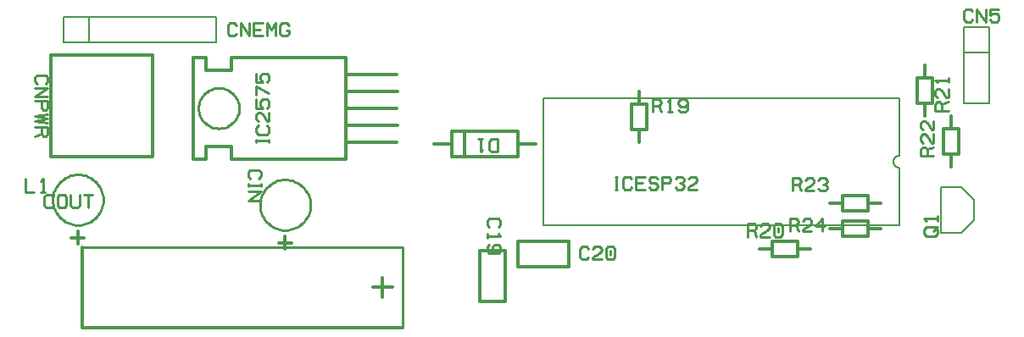
<source format=gbo>
%FSTAX24Y24*%
%MOIN*%
%IN ServoBoardSlim.GBO *%
%ADD10C,0.0080*%
%ADD11C,0.0086*%
%ADD12C,0.0100*%
%ADD13C,0.0120*%
D13*X017858Y001555D02*G01X018858D01*X017858Y003555D02*Y001555D01*
Y003555D02*X018858D01*Y001555D01*X02135Y0029D02*Y0039D01*
X01935Y0029D02*X02135D01*X01935D02*Y0039D01*X02135D01*D12*
X0102Y00435D02*X0103Y00436D01*X0104Y00438D01*X0105Y0044D01*
X0106Y00444D01*X01069Y00449D01*X01078Y00455D01*X01086Y00461D01*
X01094Y00469D01*X011Y00477D01*X01106Y00485D01*X01111Y00495D01*
X01115Y00505D01*X01117Y00515D01*X01119Y00525D01*Y00535D01*
X0102Y00635D02*X0103Y00634D01*X0104Y00632D01*X0105Y0063D01*
X0106Y00626D01*X01069Y00621D01*X01078Y00615D01*X01086Y00609D01*
X01094Y00601D01*X011Y00593D01*X01106Y00585D01*X01111Y00575D01*
X01115Y00565D01*X01117Y00555D01*X01119Y00545D01*Y00535D01*
X0102Y00635D02*X0101Y00634D01*X01Y00632D01*X0099Y0063D01*
X0098Y00626D01*X00971Y00621D01*X00962Y00615D01*X00954Y00609D01*
X00946Y00601D01*X0094Y00593D01*X00934Y00585D01*X00929Y00575D01*
X00925Y00565D01*X00923Y00555D01*X00921Y00545D01*Y00535D01*
X0102Y00435D02*X0101Y00436D01*X01Y00438D01*X0099Y0044D01*
X0098Y00444D01*X00971Y00449D01*X00962Y00455D01*X00954Y00461D01*
X00946Y00469D01*X0094Y00477D01*X00934Y00485D01*X00929Y00495D01*
X00925Y00505D01*X00923Y00515D01*X00921Y00525D01*Y00535D01*D13*
X00995Y00385D02*X01045D01*X0102Y0041D02*Y0036D01*D10*X0369Y01235D02*
Y00935D01*X0379D01*Y01235D01*X0369D01*Y01135D02*X0379D01*
X0015Y01175D02*X0075D01*Y01275D01*X0015D01*Y01175D01*X0025D02*
Y01275D01*D13*X005Y01125D02*Y00725D01*X001Y01125D02*X005D01*X001D02*
Y00725D01*X005D01*D12*X00205Y00455D02*X00215Y00456D01*X00225Y00458D01*
X00235Y0046D01*X00245Y00464D01*X00254Y00469D01*X00263Y00475D01*
X00271Y00481D01*X00279Y00489D01*X00285Y00497D01*X00291Y00505D01*
X00296Y00515D01*X003Y00525D01*X00302Y00535D01*X00304Y00545D01*
Y00555D01*X00205Y00655D02*X00215Y00654D01*X00225Y00652D01*
X00235Y0065D01*X00245Y00646D01*X00254Y00641D01*X00263Y00635D01*
X00271Y00629D01*X00279Y00621D01*X00285Y00613D01*X00291Y00605D01*
X00296Y00595D01*X003Y00585D01*X00302Y00575D01*X00304Y00565D01*
Y00555D01*X00205Y00655D02*X00195Y00654D01*X00185Y00652D01*
X00175Y0065D01*X00165Y00646D01*X00156Y00641D01*X00147Y00635D01*
X00139Y00629D01*X00131Y00621D01*X00125Y00613D01*X00119Y00605D01*
X00114Y00595D01*X0011Y00585D01*X00108Y00575D01*X00106Y00565D01*
Y00555D01*X00205Y00455D02*X00195Y00456D01*X00185Y00458D01*
X00175Y0046D01*X00165Y00464D01*X00156Y00469D01*X00147Y00475D01*
X00139Y00481D01*X00131Y00489D01*X00125Y00497D01*X00119Y00505D01*
X00114Y00515D01*X0011Y00525D01*X00108Y00535D01*X00106Y00545D01*
Y00555D01*D13*X0018Y00405D02*X0023D01*X00205Y0043D02*Y0038D01*
X01725Y00825D02*Y00725D01*X01935D02*X01675D01*Y00825D01*X01935D01*
Y00725D01*X02005Y00775D02*X01935D01*X01675D02*X01605D01*D12*
X007589Y009956D02*X007509Y009946D01*X007429Y009936D01*
X007349Y009916D01*X007269Y009886D01*X007199Y009846D01*
X007119Y009796D01*X007059Y009746D01*X006999Y009686D01*
X006949Y009626D01*X006899Y009556D01*X006859Y009476D01*
X006829Y009396D01*X006809Y009316D01*X006799Y009236D01*Y009156D01*
X007589Y008356D02*X007509Y008366D01*X007429Y008376D01*
X007349Y008396D01*X007269Y008426D01*X007199Y008466D01*
X007119Y008516D01*X007059Y008566D01*X006999Y008626D01*
X006949Y008686D01*X006899Y008756D01*X006859Y008836D01*
X006829Y008916D01*X006809Y008996D01*X006799Y009076D01*Y009156D01*
X007589Y008356D02*X007669Y008366D01*X007749Y008376D01*
X007829Y008396D01*X007909Y008426D01*X007979Y008466D01*
X008059Y008516D01*X008119Y008566D01*X008179Y008626D01*
X008229Y008686D01*X008279Y008756D01*X008319Y008836D01*
X008349Y008916D01*X008369Y008996D01*X008379Y009076D01*Y009156D01*
X007589Y009956D02*X007669Y009946D01*X007749Y009936D01*
X007829Y009916D01*X007909Y009886D01*X007979Y009846D01*
X008059Y009796D01*X008119Y009746D01*X008179Y009686D01*
X008229Y009626D01*X008279Y009556D01*X008319Y009476D01*
X008349Y009396D01*X008369Y009316D01*X008379Y009236D01*Y009156D01*D13*
X007089Y007156D02*X006589D01*X007089D02*Y007656D01*X008089D01*
Y007156D01*X012589Y011156D02*X008089D01*Y010656D01*X007089D01*
Y011156D01*X006589D01*X014588Y007803D02*X012588D01*X014605Y008471D02*
X012605D01*X014598Y010492D02*X012598D01*X006589Y007156D02*Y011156D01*
X012589D02*Y007156D01*X014597Y009138D02*X012597D01*X014601Y009824D02*
X012601D01*X008089Y007156D02*X012589D01*D10*X034358Y007305D02*
X034338Y007295D01*X034308D01*X034288Y007285D01*X034258Y007275D01*
X034238Y007265D01*X034218Y007255D01*X034198Y007235D01*
X034178Y007215D01*X034158Y007195D01*X034148Y007175D01*
X034138Y007155D01*X034128Y007125D01*X034118Y007105D01*Y007075D01*
Y007055D01*X034358Y006805D02*X034338Y006815D01*X034308D01*
X034288Y006825D01*X034258Y006835D01*X034238Y006845D01*
X034218Y006855D01*X034198Y006875D01*X034178Y006895D01*
X034158Y006915D01*X034148Y006935D01*X034138Y006955D01*
X034128Y006985D01*X034118Y007005D01*Y007035D01*Y007055D01*
X034358Y009555D02*Y007305D01*Y006805D02*Y004555D01*X020358D01*
Y009555D01*X034358D01*D13*X013638Y0021D02*X014425D01*X014031Y001706D02*
Y002494D01*X00222Y000525D02*X014819D01*X00222D02*Y003675D01*D12*
X014819D01*Y000525D01*D10*X036Y00425D02*Y00605D01*X0368D01*
X0373Y00555D01*Y00475D01*X0368Y00425D01*X036D01*D13*X024108Y007805D02*
Y008305D01*X024358Y009305D02*X024108D01*X024408Y008305D02*Y009305D01*
Y008305D02*X023808D01*Y009305D01*X024108D02*X023858D01*X024108D02*
Y009805D01*X03085Y0036D02*X03035D01*X02935Y00385D02*Y0036D01*
X03035Y0039D02*X02935D01*X03035D02*Y0033D01*X02935D01*Y0036D02*
Y00335D01*Y0036D02*X02885D01*X03535Y00885D02*Y00935D01*X0356Y01035D02*
X03535D01*X03565Y00935D02*Y01035D01*Y00935D02*X03505D01*Y01035D01*
X03535D02*X0351D01*X03535D02*Y01085D01*X0364Y00685D02*Y00735D01*
X03665Y00835D02*X0364D01*X0367Y00735D02*Y00835D01*Y00735D02*X0361D01*
Y00835D01*X0364D02*X03615D01*X0364D02*Y00885D01*X031608Y005405D02*
X032108D01*X033108Y005155D02*Y005405D01*X032108Y005105D02*X033108D01*
X032108D02*Y005705D01*X033108D01*Y005405D02*Y005655D01*Y005405D02*
X033608D01*X031608Y004405D02*X032108D01*X033108Y004155D02*Y004405D01*
X032108Y004105D02*X033108D01*X032108D02*Y004705D01*X033108D01*
Y004405D02*Y004655D01*Y004405D02*X033608D01*D11*X018569Y004473D02*
X018655Y004559D01*Y00473D01*X018569Y004816D01*X018226D01*
X018141Y00473D01*Y004559D01*X018226Y004473D01*X018569Y004216D02*
X018655Y00413D01*X018141D01*Y004045D01*Y00413D02*Y004216D01*
X018226Y003787D02*X018141Y003702D01*Y00353D01*X018226Y003445D01*
X018569D01*X018655Y00353D01*Y003702D01*X018569Y003787D01*X018441D01*
X018355Y003702D01*Y00353D01*X018441Y003445D01*X022129Y003629D02*
X022043Y003714D01*X021871D01*X021786Y003629D01*Y003286D01*
X021871Y0032D01*X022043D01*X022129Y003286D01*X0223Y003629D02*
X022386Y003714D01*X022557D01*X022643Y003629D01*Y003543D01*
X022557Y003457D01*X0223Y003286D01*Y0032D01*X022643D01*
X023157Y003629D02*X023071Y003714D01*X0229D01*X022814Y003629D01*
Y003286D01*X0229Y0032D01*X023071D01*X023157Y003286D01*Y003629D01*
X022986Y003543D02*Y003371D01*X009167Y00639D02*X009252Y006475D01*
Y006647D01*X009167Y006732D01*X008824D01*X008738Y006647D01*Y006475D01*
X008824Y00639D01*X008738Y006132D02*X009252D01*Y006175D02*Y00609D01*
X008738Y006175D02*Y00609D01*Y005875D02*X009252D01*X008738Y005532D01*
X009252D01*X037229Y012979D02*X037143Y013064D01*X036971D01*
X036886Y012979D01*Y012636D01*X036971Y01255D01*X037143D01*
X037229Y012636D01*X0374Y01255D02*Y013064D01*X037743Y01255D01*
Y013064D01*X038257D02*X037914D01*Y012807D01*X038Y012893D01*X038171D01*
X038257Y012807D01*Y012636D01*X038171Y01255D01*X038D01*
X037914Y012636D01*X008279Y012429D02*X008193Y012514D01*X008021D01*
X007936Y012429D01*Y012086D01*X008021Y012D01*X008193D01*
X008279Y012086D01*X00845Y012D02*Y012514D01*X008793Y012D01*Y012514D01*
X009307D02*X008964D01*Y012257D01*Y012D01*X009307D01*X008964Y012257D02*
X009221D01*X009479Y012D02*Y012514D01*X00965Y012257D01*
X009821Y012514D01*Y012D01*X010336Y012429D02*X01025Y012514D01*
X010079D01*X009993Y012429D01*Y012086D01*X010079Y012D01*X01025D01*
X010336Y012086D01*Y012214D01*X01025D01*X000779Y010121D02*
X000864Y010207D01*Y010379D01*X000779Y010464D01*X000436D01*
X00035Y010379D01*Y010207D01*X000436Y010121D01*X00035Y00995D02*
X000864D01*X00035Y009607D01*X000864D01*X00035Y009436D02*X000864D01*
Y009179D01*X000779Y009093D01*X000693D01*X000607Y009179D01*Y009436D01*
X000864Y008921D02*X00035Y008836D01*X000864Y00875D01*X00035Y008664D01*
X000864Y008579D01*X00035Y008407D02*X000864D01*Y00815D01*
X000779Y008064D01*X000693D01*X000607Y00815D01*X00035Y008064D01*
X000607Y00815D02*Y008407D01*X001073Y005673D02*X000987Y005759D01*
X000816D01*X00073Y005673D01*Y00533D01*X000816Y005244D01*X000987D01*
X001073Y00533D01*X001587Y005673D02*X001501Y005759D01*X00133D01*
X001244Y005673D01*Y00533D01*X00133Y005244D01*X001501D01*
X001587Y00533D01*Y005673D01*X001758Y005759D02*Y00533D01*
X001844Y005244D01*X002016D01*X002101Y00533D01*Y005759D01*
X002444Y005244D02*Y005759D01*X002616D01*X002444D02*X002273D01*
X018221Y007521D02*X018307Y007436D01*X018564D01*Y00795D01*X018307D01*
X018221Y007864D01*Y007521D01*X017964D02*X017879Y007436D01*Y00795D01*
X017793D01*X017879D02*X017964D01*X009566Y007873D02*X009052D01*
Y00783D02*Y007916D01*X009566Y00783D02*Y007916D01*X009138Y008473D02*
X009052Y008387D01*Y008216D01*X009138Y00813D01*X009481D01*
X009566Y008216D01*Y008387D01*X009481Y008473D01*X009138Y008645D02*
X009052Y00873D01*Y008902D01*X009138Y008987D01*X009223D01*
X009309Y008902D01*X009481Y008645D01*X009566D01*Y008987D01*
X009052Y009502D02*Y009159D01*X009309D01*X009223Y009245D01*Y009416D01*
X009309Y009502D01*X009481D01*X009566Y009416D01*Y009245D01*
X009481Y009159D01*X009052Y009673D02*Y010016D01*X009566Y009759D01*
X009052Y01053D02*Y010187D01*X009309D01*X009223Y010273D01*Y010445D01*
X009309Y01053D01*X009481D01*X009566Y010445D01*Y010273D01*
X009481Y010187D01*X023221Y00595D02*Y006464D01*X023179D02*X023264D01*
X023179Y00595D02*X023264D01*X023821Y006379D02*X023736Y006464D01*
X023564D01*X023479Y006379D01*Y006036D01*X023564Y00595D01*X023736D01*
X023821Y006036D01*X024336Y006464D02*X023993D01*Y006207D01*Y00595D01*
X024336D01*X023993Y006207D02*X02425D01*X02485Y006379D02*
X024764Y006464D01*X024593D01*X024507Y006379D01*Y006293D01*
X024593Y006207D01*X024764D01*X02485Y006121D01*Y006036D01*
X024764Y00595D01*X024593D01*X024507Y006036D01*X025021Y00595D02*
Y006464D01*X025279D01*X025364Y006379D01*Y006293D01*X025279Y006207D01*
X025021D01*X025536Y006379D02*X025621Y006464D01*X025793D01*
X025879Y006379D01*Y006293D01*X025793Y006207D01*X025879Y006121D01*
Y006036D01*X025793Y00595D01*X025621D01*X025536Y006036D01*
X025793Y006207D02*X025707D01*X02605Y006379D02*X026136Y006464D01*
X026307D01*X026393Y006379D01*Y006293D01*X026307Y006207D01*
X02605Y006036D01*Y00595D01*X026393D01*X-000014Y006374D02*Y00586D01*
X000329D01*X000586Y006289D02*X000671Y006374D01*Y00586D01*X000757D01*
X000671D02*X000586D01*X035756Y004473D02*X035414D01*X035328Y004387D01*
Y004216D01*X035414Y00413D01*X035756D01*X035842Y004216D01*Y004387D01*
X035756Y004473D01*X035671Y004302D02*X035842Y004473D01*X035414Y00473D02*
X035328Y004816D01*X035842D01*Y004902D01*Y004816D02*Y00473D01*
X024636Y009D02*Y009514D01*X024893D01*X024979Y009429D01*Y009343D01*
X024893Y009257D01*X024979Y009D01*X024893Y009257D02*X024636D01*
X025236Y009429D02*X025321Y009514D01*Y009D01*X025407D01*X025321D02*
X025236D01*X025664Y009086D02*X02575Y009D01*X025921D01*
X026007Y009086D01*Y009429D01*X025921Y009514D01*X02575D01*
X025664Y009429D01*Y0093D01*X02575Y009214D01*X025921D01*X026007Y0093D01*
X028377Y004095D02*Y00461D01*X028635D01*X02872Y004524D01*Y004438D01*
X028635Y004352D01*X02872Y004095D01*X028635Y004352D02*X028377D01*
X028892Y004524D02*X028977Y00461D01*X029149D01*X029235Y004524D01*
Y004438D01*X029149Y004352D01*X028892Y004181D01*Y004095D01*X029235D01*
X029749Y004524D02*X029663Y00461D01*X029492D01*X029406Y004524D01*
Y004181D01*X029492Y004095D01*X029663D01*X029749Y004181D01*Y004524D01*
X029577Y004438D02*Y004267D01*X036273Y009062D02*X035759D01*Y009319D01*
X035845Y009405D01*X03593D01*X036016Y009319D01*X036273Y009405D01*
X036016Y009319D02*Y009062D01*X035845Y009576D02*X035759Y009662D01*
Y009834D01*X035845Y009919D01*X03593D01*X036016Y009834D01*
X036188Y009576D01*X036273D01*Y009919D01*X035845Y010176D02*
X035759Y010262D01*X036273D01*Y010348D01*Y010262D02*Y010176D01*
X035698Y007281D02*X035184D01*Y007538D01*X03527Y007623D01*X035356D01*
X035441Y007538D01*X035698Y007623D01*X035441Y007538D02*Y007281D01*
X03527Y007795D02*X035184Y007881D01*Y008052D01*X03527Y008138D01*
X035356D01*X035441Y008052D01*X035613Y007795D01*X035698D01*Y008138D01*
X03527Y008309D02*X035184Y008395D01*Y008566D01*X03527Y008652D01*
X035356D01*X035441Y008566D01*X035613Y008309D01*X035698D01*Y008652D01*
X030136Y0059D02*Y006414D01*X030393D01*X030479Y006329D01*Y006243D01*
X030393Y006157D01*X030479Y0059D01*X030393Y006157D02*X030136D01*
X03065Y006329D02*X030736Y006414D01*X030907D01*X030993Y006329D01*
Y006243D01*X030907Y006157D01*X03065Y005986D01*Y0059D01*X030993D01*
X031164Y006329D02*X03125Y006414D01*X031421D01*X031507Y006329D01*
Y006243D01*X031421Y006157D01*X031507Y006071D01*Y005986D01*
X031421Y0059D01*X03125D01*X031164Y005986D01*X031421Y006157D02*
X031336D01*X030036Y0043D02*Y004814D01*X030293D01*X030379Y004729D01*
Y004643D01*X030293Y004557D01*X030379Y0043D01*X030293Y004557D02*
X030036D01*X03055Y004729D02*X030636Y004814D01*X030807D01*
X030893Y004729D01*Y004643D01*X030807Y004557D01*X03055Y004386D01*
Y0043D01*X030893D01*X031321D02*Y004814D01*X031064Y004514D01*X031407D01*
M02*
</source>
